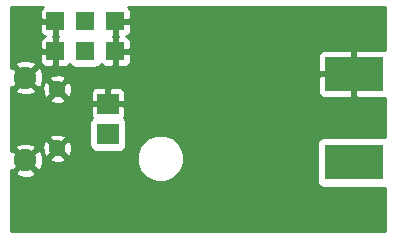
<source format=gbr>
G04 #@! TF.FileFunction,Copper,L2,Bot,Signal*
%FSLAX46Y46*%
G04 Gerber Fmt 4.6, Leading zero omitted, Abs format (unit mm)*
G04 Created by KiCad (PCBNEW (2016-09-17 revision 679eef1)-makepkg) date 10/14/16 09:08:13*
%MOMM*%
%LPD*%
G01*
G04 APERTURE LIST*
%ADD10C,0.100000*%
%ADD11R,5.000000X3.000000*%
%ADD12R,1.850000X1.800000*%
%ADD13C,1.450000*%
%ADD14C,1.900000*%
%ADD15R,1.524000X1.524000*%
%ADD16C,0.800000*%
%ADD17C,0.500000*%
%ADD18C,0.254000*%
G04 APERTURE END LIST*
D10*
D11*
X167521000Y-121793000D03*
X167521000Y-114293000D03*
D12*
X146685000Y-119380000D03*
X146685000Y-116840000D03*
D13*
X142400000Y-115610000D03*
X142400000Y-120610000D03*
D14*
X139700000Y-121610000D03*
X139700000Y-114610000D03*
D15*
X142240000Y-112395000D03*
X142240000Y-109855000D03*
X144780000Y-112395000D03*
X144780000Y-109855000D03*
X147320000Y-112395000D03*
X147320000Y-109855000D03*
D16*
X168910000Y-112014000D03*
X165608000Y-112014000D03*
X167132000Y-111252000D03*
X149809200Y-114452400D03*
X141732000Y-122936000D03*
X140716000Y-126746000D03*
X155956000Y-110744000D03*
X157480000Y-112268000D03*
X156145000Y-117475000D03*
X156145000Y-116625000D03*
X153670000Y-117475000D03*
X154495000Y-117475000D03*
X155320000Y-117475000D03*
X155320000Y-116625000D03*
X154495000Y-116625000D03*
X153670000Y-116625000D03*
D17*
X167132000Y-111252000D02*
X166370000Y-111252000D01*
X166370000Y-111252000D02*
X165608000Y-112014000D01*
X140716000Y-126746000D02*
X140716000Y-123952000D01*
X140716000Y-123952000D02*
X141732000Y-122936000D01*
X157480000Y-112268000D02*
X155956000Y-110744000D01*
D18*
G36*
X141179479Y-108646231D02*
X141031231Y-108794478D01*
X140951000Y-108988173D01*
X140951000Y-109596250D01*
X141082750Y-109728000D01*
X142113000Y-109728000D01*
X142113000Y-109708000D01*
X142367000Y-109708000D01*
X142367000Y-109728000D01*
X142387000Y-109728000D01*
X142387000Y-109982000D01*
X142367000Y-109982000D01*
X142367000Y-111012250D01*
X142479750Y-111125000D01*
X142367000Y-111237750D01*
X142367000Y-112268000D01*
X142387000Y-112268000D01*
X142387000Y-112522000D01*
X142367000Y-112522000D01*
X142367000Y-113552250D01*
X142498750Y-113684000D01*
X143106827Y-113684000D01*
X143300521Y-113603769D01*
X143448769Y-113455522D01*
X143450678Y-113450913D01*
X143560191Y-113614809D01*
X143770235Y-113755157D01*
X144018000Y-113804440D01*
X145542000Y-113804440D01*
X145789765Y-113755157D01*
X145999809Y-113614809D01*
X146109322Y-113450913D01*
X146111231Y-113455522D01*
X146259479Y-113603769D01*
X146453173Y-113684000D01*
X147061250Y-113684000D01*
X147193000Y-113552250D01*
X147193000Y-112522000D01*
X147447000Y-112522000D01*
X147447000Y-113552250D01*
X147578750Y-113684000D01*
X148186827Y-113684000D01*
X148380521Y-113603769D01*
X148528769Y-113455522D01*
X148609000Y-113261827D01*
X148609000Y-112688173D01*
X164494000Y-112688173D01*
X164494000Y-114034250D01*
X164625750Y-114166000D01*
X167394000Y-114166000D01*
X167394000Y-112397750D01*
X167262250Y-112266000D01*
X164916173Y-112266000D01*
X164722479Y-112346231D01*
X164574231Y-112494478D01*
X164494000Y-112688173D01*
X148609000Y-112688173D01*
X148609000Y-112653750D01*
X148477250Y-112522000D01*
X147447000Y-112522000D01*
X147193000Y-112522000D01*
X147173000Y-112522000D01*
X147173000Y-112268000D01*
X147193000Y-112268000D01*
X147193000Y-111237750D01*
X147080250Y-111125000D01*
X147193000Y-111012250D01*
X147193000Y-109982000D01*
X147447000Y-109982000D01*
X147447000Y-111012250D01*
X147559750Y-111125000D01*
X147447000Y-111237750D01*
X147447000Y-112268000D01*
X148477250Y-112268000D01*
X148609000Y-112136250D01*
X148609000Y-111528173D01*
X148528769Y-111334478D01*
X148380521Y-111186231D01*
X148232697Y-111125000D01*
X148380521Y-111063769D01*
X148528769Y-110915522D01*
X148609000Y-110721827D01*
X148609000Y-110113750D01*
X148477250Y-109982000D01*
X147447000Y-109982000D01*
X147193000Y-109982000D01*
X147173000Y-109982000D01*
X147173000Y-109728000D01*
X147193000Y-109728000D01*
X147193000Y-109708000D01*
X147447000Y-109708000D01*
X147447000Y-109728000D01*
X148477250Y-109728000D01*
X148609000Y-109596250D01*
X148609000Y-108988173D01*
X148528769Y-108794478D01*
X148380521Y-108646231D01*
X148353407Y-108635000D01*
X170130000Y-108635000D01*
X170130000Y-112267729D01*
X170125827Y-112266000D01*
X167779750Y-112266000D01*
X167648000Y-112397750D01*
X167648000Y-114166000D01*
X167668000Y-114166000D01*
X167668000Y-114420000D01*
X167648000Y-114420000D01*
X167648000Y-116188250D01*
X167779750Y-116320000D01*
X170125827Y-116320000D01*
X170130000Y-116318271D01*
X170130000Y-119667241D01*
X170021000Y-119645560D01*
X165021000Y-119645560D01*
X164773235Y-119694843D01*
X164563191Y-119835191D01*
X164422843Y-120045235D01*
X164373560Y-120293000D01*
X164373560Y-123293000D01*
X164422843Y-123540765D01*
X164563191Y-123750809D01*
X164773235Y-123891157D01*
X165021000Y-123940440D01*
X170021000Y-123940440D01*
X170130000Y-123918759D01*
X170130000Y-127585000D01*
X138480000Y-127585000D01*
X138480000Y-122667340D01*
X138822265Y-122667340D01*
X138920732Y-122898636D01*
X139473189Y-123098757D01*
X140060177Y-123072230D01*
X140479268Y-122898636D01*
X140577735Y-122667340D01*
X139700000Y-121789605D01*
X138822265Y-122667340D01*
X138480000Y-122667340D01*
X138480000Y-122418488D01*
X138642660Y-122487735D01*
X139520395Y-121610000D01*
X139879605Y-121610000D01*
X140757340Y-122487735D01*
X140988636Y-122389268D01*
X141188757Y-121836811D01*
X141173730Y-121504286D01*
X141685319Y-121504286D01*
X141756143Y-121712259D01*
X142226970Y-121874747D01*
X142724139Y-121844690D01*
X142742441Y-121837109D01*
X149144657Y-121837109D01*
X149446218Y-122566943D01*
X150004120Y-123125819D01*
X150733427Y-123428654D01*
X151523109Y-123429343D01*
X152252943Y-123127782D01*
X152811819Y-122569880D01*
X153114654Y-121840573D01*
X153115343Y-121050891D01*
X152813782Y-120321057D01*
X152255880Y-119762181D01*
X151526573Y-119459346D01*
X150736891Y-119458657D01*
X150007057Y-119760218D01*
X149448181Y-120318120D01*
X149145346Y-121047427D01*
X149144657Y-121837109D01*
X142742441Y-121837109D01*
X143043857Y-121712259D01*
X143114681Y-121504286D01*
X142400000Y-120789605D01*
X141685319Y-121504286D01*
X141173730Y-121504286D01*
X141162230Y-121249823D01*
X140988636Y-120830732D01*
X140757340Y-120732265D01*
X139879605Y-121610000D01*
X139520395Y-121610000D01*
X138642660Y-120732265D01*
X138480000Y-120801512D01*
X138480000Y-120552660D01*
X138822265Y-120552660D01*
X139700000Y-121430395D01*
X140577735Y-120552660D01*
X140528484Y-120436970D01*
X141135253Y-120436970D01*
X141165310Y-120934139D01*
X141297741Y-121253857D01*
X141505714Y-121324681D01*
X142220395Y-120610000D01*
X142579605Y-120610000D01*
X143294286Y-121324681D01*
X143502259Y-121253857D01*
X143664747Y-120783030D01*
X143634690Y-120285861D01*
X143502259Y-119966143D01*
X143294286Y-119895319D01*
X142579605Y-120610000D01*
X142220395Y-120610000D01*
X141505714Y-119895319D01*
X141297741Y-119966143D01*
X141135253Y-120436970D01*
X140528484Y-120436970D01*
X140479268Y-120321364D01*
X139926811Y-120121243D01*
X139339823Y-120147770D01*
X138920732Y-120321364D01*
X138822265Y-120552660D01*
X138480000Y-120552660D01*
X138480000Y-119715714D01*
X141685319Y-119715714D01*
X142400000Y-120430395D01*
X143114681Y-119715714D01*
X143043857Y-119507741D01*
X142573030Y-119345253D01*
X142075861Y-119375310D01*
X141756143Y-119507741D01*
X141685319Y-119715714D01*
X138480000Y-119715714D01*
X138480000Y-118480000D01*
X145112560Y-118480000D01*
X145112560Y-120280000D01*
X145161843Y-120527765D01*
X145302191Y-120737809D01*
X145512235Y-120878157D01*
X145760000Y-120927440D01*
X147610000Y-120927440D01*
X147857765Y-120878157D01*
X148067809Y-120737809D01*
X148208157Y-120527765D01*
X148257440Y-120280000D01*
X148257440Y-118480000D01*
X148208157Y-118232235D01*
X148067809Y-118022191D01*
X148064460Y-118019953D01*
X148137000Y-117844827D01*
X148137000Y-117098750D01*
X148005250Y-116967000D01*
X146812000Y-116967000D01*
X146812000Y-116987000D01*
X146558000Y-116987000D01*
X146558000Y-116967000D01*
X145364750Y-116967000D01*
X145233000Y-117098750D01*
X145233000Y-117844827D01*
X145305540Y-118019953D01*
X145302191Y-118022191D01*
X145161843Y-118232235D01*
X145112560Y-118480000D01*
X138480000Y-118480000D01*
X138480000Y-116504286D01*
X141685319Y-116504286D01*
X141756143Y-116712259D01*
X142226970Y-116874747D01*
X142724139Y-116844690D01*
X143043857Y-116712259D01*
X143114681Y-116504286D01*
X142400000Y-115789605D01*
X141685319Y-116504286D01*
X138480000Y-116504286D01*
X138480000Y-115667340D01*
X138822265Y-115667340D01*
X138920732Y-115898636D01*
X139473189Y-116098757D01*
X140060177Y-116072230D01*
X140479268Y-115898636D01*
X140577735Y-115667340D01*
X139700000Y-114789605D01*
X138822265Y-115667340D01*
X138480000Y-115667340D01*
X138480000Y-115418488D01*
X138642660Y-115487735D01*
X139520395Y-114610000D01*
X139879605Y-114610000D01*
X140757340Y-115487735D01*
X140876585Y-115436970D01*
X141135253Y-115436970D01*
X141165310Y-115934139D01*
X141297741Y-116253857D01*
X141505714Y-116324681D01*
X142220395Y-115610000D01*
X142579605Y-115610000D01*
X143294286Y-116324681D01*
X143502259Y-116253857D01*
X143646751Y-115835173D01*
X145233000Y-115835173D01*
X145233000Y-116581250D01*
X145364750Y-116713000D01*
X146558000Y-116713000D01*
X146558000Y-115544750D01*
X146812000Y-115544750D01*
X146812000Y-116713000D01*
X148005250Y-116713000D01*
X148137000Y-116581250D01*
X148137000Y-115835173D01*
X148056769Y-115641479D01*
X147908522Y-115493231D01*
X147714827Y-115413000D01*
X146943750Y-115413000D01*
X146812000Y-115544750D01*
X146558000Y-115544750D01*
X146426250Y-115413000D01*
X145655173Y-115413000D01*
X145461478Y-115493231D01*
X145313231Y-115641479D01*
X145233000Y-115835173D01*
X143646751Y-115835173D01*
X143664747Y-115783030D01*
X143634690Y-115285861D01*
X143502259Y-114966143D01*
X143294286Y-114895319D01*
X142579605Y-115610000D01*
X142220395Y-115610000D01*
X141505714Y-114895319D01*
X141297741Y-114966143D01*
X141135253Y-115436970D01*
X140876585Y-115436970D01*
X140988636Y-115389268D01*
X141188757Y-114836811D01*
X141183285Y-114715714D01*
X141685319Y-114715714D01*
X142400000Y-115430395D01*
X143114681Y-114715714D01*
X143058845Y-114551750D01*
X164494000Y-114551750D01*
X164494000Y-115897827D01*
X164574231Y-116091522D01*
X164722479Y-116239769D01*
X164916173Y-116320000D01*
X167262250Y-116320000D01*
X167394000Y-116188250D01*
X167394000Y-114420000D01*
X164625750Y-114420000D01*
X164494000Y-114551750D01*
X143058845Y-114551750D01*
X143043857Y-114507741D01*
X142573030Y-114345253D01*
X142075861Y-114375310D01*
X141756143Y-114507741D01*
X141685319Y-114715714D01*
X141183285Y-114715714D01*
X141162230Y-114249823D01*
X140988636Y-113830732D01*
X140757340Y-113732265D01*
X139879605Y-114610000D01*
X139520395Y-114610000D01*
X138642660Y-113732265D01*
X138480000Y-113801512D01*
X138480000Y-113552660D01*
X138822265Y-113552660D01*
X139700000Y-114430395D01*
X140577735Y-113552660D01*
X140479268Y-113321364D01*
X139926811Y-113121243D01*
X139339823Y-113147770D01*
X138920732Y-113321364D01*
X138822265Y-113552660D01*
X138480000Y-113552660D01*
X138480000Y-112653750D01*
X140951000Y-112653750D01*
X140951000Y-113261827D01*
X141031231Y-113455522D01*
X141179479Y-113603769D01*
X141373173Y-113684000D01*
X141981250Y-113684000D01*
X142113000Y-113552250D01*
X142113000Y-112522000D01*
X141082750Y-112522000D01*
X140951000Y-112653750D01*
X138480000Y-112653750D01*
X138480000Y-110113750D01*
X140951000Y-110113750D01*
X140951000Y-110721827D01*
X141031231Y-110915522D01*
X141179479Y-111063769D01*
X141327303Y-111125000D01*
X141179479Y-111186231D01*
X141031231Y-111334478D01*
X140951000Y-111528173D01*
X140951000Y-112136250D01*
X141082750Y-112268000D01*
X142113000Y-112268000D01*
X142113000Y-111237750D01*
X142000250Y-111125000D01*
X142113000Y-111012250D01*
X142113000Y-109982000D01*
X141082750Y-109982000D01*
X140951000Y-110113750D01*
X138480000Y-110113750D01*
X138480000Y-108635000D01*
X141206593Y-108635000D01*
X141179479Y-108646231D01*
X141179479Y-108646231D01*
G37*
X141179479Y-108646231D02*
X141031231Y-108794478D01*
X140951000Y-108988173D01*
X140951000Y-109596250D01*
X141082750Y-109728000D01*
X142113000Y-109728000D01*
X142113000Y-109708000D01*
X142367000Y-109708000D01*
X142367000Y-109728000D01*
X142387000Y-109728000D01*
X142387000Y-109982000D01*
X142367000Y-109982000D01*
X142367000Y-111012250D01*
X142479750Y-111125000D01*
X142367000Y-111237750D01*
X142367000Y-112268000D01*
X142387000Y-112268000D01*
X142387000Y-112522000D01*
X142367000Y-112522000D01*
X142367000Y-113552250D01*
X142498750Y-113684000D01*
X143106827Y-113684000D01*
X143300521Y-113603769D01*
X143448769Y-113455522D01*
X143450678Y-113450913D01*
X143560191Y-113614809D01*
X143770235Y-113755157D01*
X144018000Y-113804440D01*
X145542000Y-113804440D01*
X145789765Y-113755157D01*
X145999809Y-113614809D01*
X146109322Y-113450913D01*
X146111231Y-113455522D01*
X146259479Y-113603769D01*
X146453173Y-113684000D01*
X147061250Y-113684000D01*
X147193000Y-113552250D01*
X147193000Y-112522000D01*
X147447000Y-112522000D01*
X147447000Y-113552250D01*
X147578750Y-113684000D01*
X148186827Y-113684000D01*
X148380521Y-113603769D01*
X148528769Y-113455522D01*
X148609000Y-113261827D01*
X148609000Y-112688173D01*
X164494000Y-112688173D01*
X164494000Y-114034250D01*
X164625750Y-114166000D01*
X167394000Y-114166000D01*
X167394000Y-112397750D01*
X167262250Y-112266000D01*
X164916173Y-112266000D01*
X164722479Y-112346231D01*
X164574231Y-112494478D01*
X164494000Y-112688173D01*
X148609000Y-112688173D01*
X148609000Y-112653750D01*
X148477250Y-112522000D01*
X147447000Y-112522000D01*
X147193000Y-112522000D01*
X147173000Y-112522000D01*
X147173000Y-112268000D01*
X147193000Y-112268000D01*
X147193000Y-111237750D01*
X147080250Y-111125000D01*
X147193000Y-111012250D01*
X147193000Y-109982000D01*
X147447000Y-109982000D01*
X147447000Y-111012250D01*
X147559750Y-111125000D01*
X147447000Y-111237750D01*
X147447000Y-112268000D01*
X148477250Y-112268000D01*
X148609000Y-112136250D01*
X148609000Y-111528173D01*
X148528769Y-111334478D01*
X148380521Y-111186231D01*
X148232697Y-111125000D01*
X148380521Y-111063769D01*
X148528769Y-110915522D01*
X148609000Y-110721827D01*
X148609000Y-110113750D01*
X148477250Y-109982000D01*
X147447000Y-109982000D01*
X147193000Y-109982000D01*
X147173000Y-109982000D01*
X147173000Y-109728000D01*
X147193000Y-109728000D01*
X147193000Y-109708000D01*
X147447000Y-109708000D01*
X147447000Y-109728000D01*
X148477250Y-109728000D01*
X148609000Y-109596250D01*
X148609000Y-108988173D01*
X148528769Y-108794478D01*
X148380521Y-108646231D01*
X148353407Y-108635000D01*
X170130000Y-108635000D01*
X170130000Y-112267729D01*
X170125827Y-112266000D01*
X167779750Y-112266000D01*
X167648000Y-112397750D01*
X167648000Y-114166000D01*
X167668000Y-114166000D01*
X167668000Y-114420000D01*
X167648000Y-114420000D01*
X167648000Y-116188250D01*
X167779750Y-116320000D01*
X170125827Y-116320000D01*
X170130000Y-116318271D01*
X170130000Y-119667241D01*
X170021000Y-119645560D01*
X165021000Y-119645560D01*
X164773235Y-119694843D01*
X164563191Y-119835191D01*
X164422843Y-120045235D01*
X164373560Y-120293000D01*
X164373560Y-123293000D01*
X164422843Y-123540765D01*
X164563191Y-123750809D01*
X164773235Y-123891157D01*
X165021000Y-123940440D01*
X170021000Y-123940440D01*
X170130000Y-123918759D01*
X170130000Y-127585000D01*
X138480000Y-127585000D01*
X138480000Y-122667340D01*
X138822265Y-122667340D01*
X138920732Y-122898636D01*
X139473189Y-123098757D01*
X140060177Y-123072230D01*
X140479268Y-122898636D01*
X140577735Y-122667340D01*
X139700000Y-121789605D01*
X138822265Y-122667340D01*
X138480000Y-122667340D01*
X138480000Y-122418488D01*
X138642660Y-122487735D01*
X139520395Y-121610000D01*
X139879605Y-121610000D01*
X140757340Y-122487735D01*
X140988636Y-122389268D01*
X141188757Y-121836811D01*
X141173730Y-121504286D01*
X141685319Y-121504286D01*
X141756143Y-121712259D01*
X142226970Y-121874747D01*
X142724139Y-121844690D01*
X142742441Y-121837109D01*
X149144657Y-121837109D01*
X149446218Y-122566943D01*
X150004120Y-123125819D01*
X150733427Y-123428654D01*
X151523109Y-123429343D01*
X152252943Y-123127782D01*
X152811819Y-122569880D01*
X153114654Y-121840573D01*
X153115343Y-121050891D01*
X152813782Y-120321057D01*
X152255880Y-119762181D01*
X151526573Y-119459346D01*
X150736891Y-119458657D01*
X150007057Y-119760218D01*
X149448181Y-120318120D01*
X149145346Y-121047427D01*
X149144657Y-121837109D01*
X142742441Y-121837109D01*
X143043857Y-121712259D01*
X143114681Y-121504286D01*
X142400000Y-120789605D01*
X141685319Y-121504286D01*
X141173730Y-121504286D01*
X141162230Y-121249823D01*
X140988636Y-120830732D01*
X140757340Y-120732265D01*
X139879605Y-121610000D01*
X139520395Y-121610000D01*
X138642660Y-120732265D01*
X138480000Y-120801512D01*
X138480000Y-120552660D01*
X138822265Y-120552660D01*
X139700000Y-121430395D01*
X140577735Y-120552660D01*
X140528484Y-120436970D01*
X141135253Y-120436970D01*
X141165310Y-120934139D01*
X141297741Y-121253857D01*
X141505714Y-121324681D01*
X142220395Y-120610000D01*
X142579605Y-120610000D01*
X143294286Y-121324681D01*
X143502259Y-121253857D01*
X143664747Y-120783030D01*
X143634690Y-120285861D01*
X143502259Y-119966143D01*
X143294286Y-119895319D01*
X142579605Y-120610000D01*
X142220395Y-120610000D01*
X141505714Y-119895319D01*
X141297741Y-119966143D01*
X141135253Y-120436970D01*
X140528484Y-120436970D01*
X140479268Y-120321364D01*
X139926811Y-120121243D01*
X139339823Y-120147770D01*
X138920732Y-120321364D01*
X138822265Y-120552660D01*
X138480000Y-120552660D01*
X138480000Y-119715714D01*
X141685319Y-119715714D01*
X142400000Y-120430395D01*
X143114681Y-119715714D01*
X143043857Y-119507741D01*
X142573030Y-119345253D01*
X142075861Y-119375310D01*
X141756143Y-119507741D01*
X141685319Y-119715714D01*
X138480000Y-119715714D01*
X138480000Y-118480000D01*
X145112560Y-118480000D01*
X145112560Y-120280000D01*
X145161843Y-120527765D01*
X145302191Y-120737809D01*
X145512235Y-120878157D01*
X145760000Y-120927440D01*
X147610000Y-120927440D01*
X147857765Y-120878157D01*
X148067809Y-120737809D01*
X148208157Y-120527765D01*
X148257440Y-120280000D01*
X148257440Y-118480000D01*
X148208157Y-118232235D01*
X148067809Y-118022191D01*
X148064460Y-118019953D01*
X148137000Y-117844827D01*
X148137000Y-117098750D01*
X148005250Y-116967000D01*
X146812000Y-116967000D01*
X146812000Y-116987000D01*
X146558000Y-116987000D01*
X146558000Y-116967000D01*
X145364750Y-116967000D01*
X145233000Y-117098750D01*
X145233000Y-117844827D01*
X145305540Y-118019953D01*
X145302191Y-118022191D01*
X145161843Y-118232235D01*
X145112560Y-118480000D01*
X138480000Y-118480000D01*
X138480000Y-116504286D01*
X141685319Y-116504286D01*
X141756143Y-116712259D01*
X142226970Y-116874747D01*
X142724139Y-116844690D01*
X143043857Y-116712259D01*
X143114681Y-116504286D01*
X142400000Y-115789605D01*
X141685319Y-116504286D01*
X138480000Y-116504286D01*
X138480000Y-115667340D01*
X138822265Y-115667340D01*
X138920732Y-115898636D01*
X139473189Y-116098757D01*
X140060177Y-116072230D01*
X140479268Y-115898636D01*
X140577735Y-115667340D01*
X139700000Y-114789605D01*
X138822265Y-115667340D01*
X138480000Y-115667340D01*
X138480000Y-115418488D01*
X138642660Y-115487735D01*
X139520395Y-114610000D01*
X139879605Y-114610000D01*
X140757340Y-115487735D01*
X140876585Y-115436970D01*
X141135253Y-115436970D01*
X141165310Y-115934139D01*
X141297741Y-116253857D01*
X141505714Y-116324681D01*
X142220395Y-115610000D01*
X142579605Y-115610000D01*
X143294286Y-116324681D01*
X143502259Y-116253857D01*
X143646751Y-115835173D01*
X145233000Y-115835173D01*
X145233000Y-116581250D01*
X145364750Y-116713000D01*
X146558000Y-116713000D01*
X146558000Y-115544750D01*
X146812000Y-115544750D01*
X146812000Y-116713000D01*
X148005250Y-116713000D01*
X148137000Y-116581250D01*
X148137000Y-115835173D01*
X148056769Y-115641479D01*
X147908522Y-115493231D01*
X147714827Y-115413000D01*
X146943750Y-115413000D01*
X146812000Y-115544750D01*
X146558000Y-115544750D01*
X146426250Y-115413000D01*
X145655173Y-115413000D01*
X145461478Y-115493231D01*
X145313231Y-115641479D01*
X145233000Y-115835173D01*
X143646751Y-115835173D01*
X143664747Y-115783030D01*
X143634690Y-115285861D01*
X143502259Y-114966143D01*
X143294286Y-114895319D01*
X142579605Y-115610000D01*
X142220395Y-115610000D01*
X141505714Y-114895319D01*
X141297741Y-114966143D01*
X141135253Y-115436970D01*
X140876585Y-115436970D01*
X140988636Y-115389268D01*
X141188757Y-114836811D01*
X141183285Y-114715714D01*
X141685319Y-114715714D01*
X142400000Y-115430395D01*
X143114681Y-114715714D01*
X143058845Y-114551750D01*
X164494000Y-114551750D01*
X164494000Y-115897827D01*
X164574231Y-116091522D01*
X164722479Y-116239769D01*
X164916173Y-116320000D01*
X167262250Y-116320000D01*
X167394000Y-116188250D01*
X167394000Y-114420000D01*
X164625750Y-114420000D01*
X164494000Y-114551750D01*
X143058845Y-114551750D01*
X143043857Y-114507741D01*
X142573030Y-114345253D01*
X142075861Y-114375310D01*
X141756143Y-114507741D01*
X141685319Y-114715714D01*
X141183285Y-114715714D01*
X141162230Y-114249823D01*
X140988636Y-113830732D01*
X140757340Y-113732265D01*
X139879605Y-114610000D01*
X139520395Y-114610000D01*
X138642660Y-113732265D01*
X138480000Y-113801512D01*
X138480000Y-113552660D01*
X138822265Y-113552660D01*
X139700000Y-114430395D01*
X140577735Y-113552660D01*
X140479268Y-113321364D01*
X139926811Y-113121243D01*
X139339823Y-113147770D01*
X138920732Y-113321364D01*
X138822265Y-113552660D01*
X138480000Y-113552660D01*
X138480000Y-112653750D01*
X140951000Y-112653750D01*
X140951000Y-113261827D01*
X141031231Y-113455522D01*
X141179479Y-113603769D01*
X141373173Y-113684000D01*
X141981250Y-113684000D01*
X142113000Y-113552250D01*
X142113000Y-112522000D01*
X141082750Y-112522000D01*
X140951000Y-112653750D01*
X138480000Y-112653750D01*
X138480000Y-110113750D01*
X140951000Y-110113750D01*
X140951000Y-110721827D01*
X141031231Y-110915522D01*
X141179479Y-111063769D01*
X141327303Y-111125000D01*
X141179479Y-111186231D01*
X141031231Y-111334478D01*
X140951000Y-111528173D01*
X140951000Y-112136250D01*
X141082750Y-112268000D01*
X142113000Y-112268000D01*
X142113000Y-111237750D01*
X142000250Y-111125000D01*
X142113000Y-111012250D01*
X142113000Y-109982000D01*
X141082750Y-109982000D01*
X140951000Y-110113750D01*
X138480000Y-110113750D01*
X138480000Y-108635000D01*
X141206593Y-108635000D01*
X141179479Y-108646231D01*
M02*

</source>
